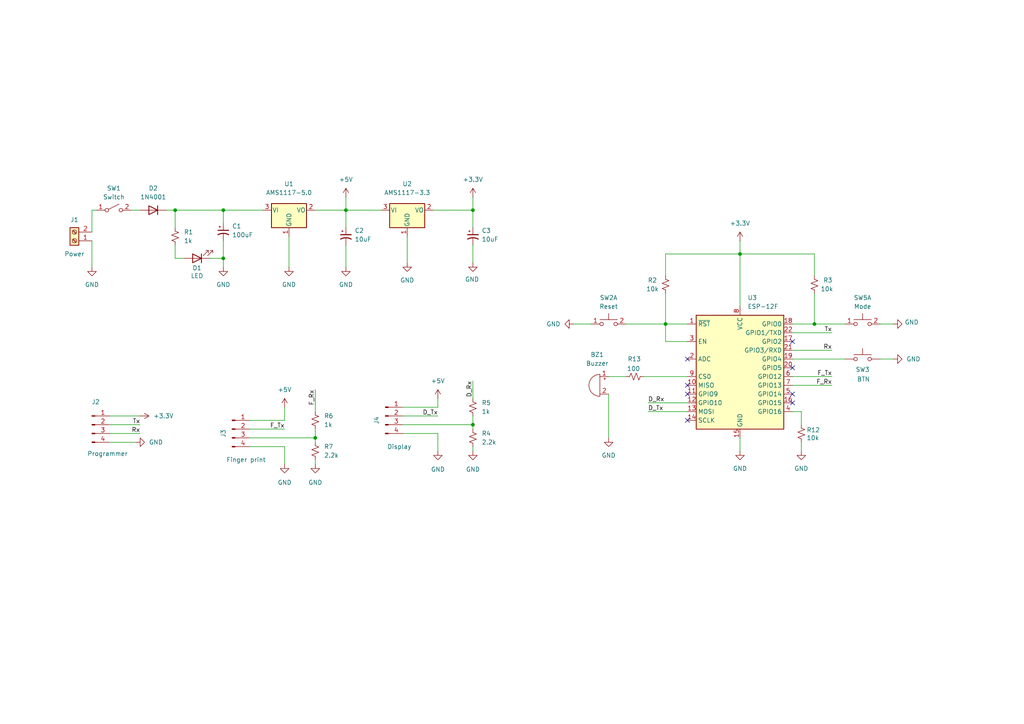
<source format=kicad_sch>
(kicad_sch (version 20231120) (generator "eeschema") (generator_version "8.0")
  (paper "A4")
  (title_block (title "Electronics voting system based on fingerprint sensor") (date "2024-02-16") (company "St. Joseph University"))
  (lib_symbols
    (symbol "Connector:Conn_01x04_Male" (pin_names (offset 1.016) hide)
      (property "Reference" "J" (at 0 5.08 0))
      (property "Value" "Conn_01x04_Male" (at 0 -7.62 0))
      (symbol "Conn_01x04_Male_1_1"
        (polyline (pts (xy 1.27 -5.08) (xy 0.8636 -5.08)) (stroke (width 0.1524)))
        (polyline (pts (xy 1.27 -2.54) (xy 0.8636 -2.54)) (stroke (width 0.1524)))
        (polyline (pts (xy 1.27 0) (xy 0.8636 0)) (stroke (width 0.1524)))
        (polyline (pts (xy 1.27 2.54) (xy 0.8636 2.54)) (stroke (width 0.1524)))
        (rectangle (start 0.8636 -4.953) (end 0 -5.207) (stroke (width 0.1524)) (fill (type outline)))
        (rectangle (start 0.8636 -2.413) (end 0 -2.667) (stroke (width 0.1524)) (fill (type outline)))
        (rectangle (start 0.8636 0.127) (end 0 -0.127) (stroke (width 0.1524)) (fill (type outline)))
        (rectangle (start 0.8636 2.667) (end 0 2.413) (stroke (width 0.1524)) (fill (type outline)))
        (pin passive line (at 5.08 2.54 180) (length 3.81) (name "Pin_1") (number "1"))
        (pin passive line (at 5.08 0 180) (length 3.81) (name "Pin_2") (number "2"))
        (pin passive line (at 5.08 -2.54 180) (length 3.81) (name "Pin_3") (number "3"))
        (pin passive line (at 5.08 -5.08 180) (length 3.81) (name "Pin_4") (number "4"))
      )
    )
    (symbol "Connector:Screw_Terminal_01x02" (pin_names (offset 1.016) hide)
      (property "Reference" "J" (at 0 2.54 0))
      (property "Value" "Screw_Terminal_01x02" (at 0 -5.08 0))
      (symbol "Screw_Terminal_01x02_1_1"
        (rectangle (start -1.27 1.27) (end 1.27 -3.81) (stroke (width 0.254)) (fill (type background)))
        (circle (center 0 -2.54) (radius 0.635) (stroke (width 0.1524)))
        (polyline (pts (xy -0.5334 -2.2098) (xy 0.3302 -3.048)) (stroke (width 0.1524)))
        (polyline (pts (xy -0.5334 0.3302) (xy 0.3302 -0.508)) (stroke (width 0.1524)))
        (polyline (pts (xy -0.3556 -2.032) (xy 0.508 -2.8702)) (stroke (width 0.1524)))
        (polyline (pts (xy -0.3556 0.508) (xy 0.508 -0.3302)) (stroke (width 0.1524)))
        (circle (center 0 0) (radius 0.635) (stroke (width 0.1524)))
        (pin passive line (at -5.08 0 0) (length 3.81) (name "Pin_1") (number "1"))
        (pin passive line (at -5.08 -2.54 0) (length 3.81) (name "Pin_2") (number "2"))
      )
    )
    (symbol "Device:Buzzer" (pin_names (offset 0.0254) hide)
      (property "Reference" "BZ" (at 3.81 1.27 0))
      (property "Value" "Buzzer" (at 3.81 -1.27 0))
      (symbol "Buzzer_0_1"
        (arc (start 0 -3.175) (mid 3.1612 0) (end 0 3.175))
        (polyline (pts (xy -1.651 1.905) (xy -1.143 1.905)))
        (polyline (pts (xy -1.397 2.159) (xy -1.397 1.651)))
        (polyline (pts (xy 0 3.175) (xy 0 -3.175)))
      )
      (symbol "Buzzer_1_1"
        (pin passive line (at -2.54 2.54 0) (length 2.54) (name "-") (number "1"))
        (pin passive line (at -2.54 -2.54 0) (length 2.54) (name "+") (number "2"))
      )
    )
    (symbol "Device:C_Polarized_Small_US" (pin_numbers hide) (pin_names (offset 0.254) hide)
      (property "Reference" "C" (at 0.254 1.778 0))
      (property "Value" "C_Polarized_Small_US" (at 0.254 -2.032 0))
      (symbol "C_Polarized_Small_US_0_1"
        (polyline (pts (xy -1.524 0.508) (xy 1.524 0.508)) (stroke (width 0.3048)))
        (polyline (pts (xy -1.27 1.524) (xy -0.762 1.524)))
        (polyline (pts (xy -1.016 1.27) (xy -1.016 1.778)))
        (arc (start 1.524 -0.762) (mid 0 -0.3734) (end -1.524 -0.762) (stroke (width 0.3048)))
      )
      (symbol "C_Polarized_Small_US_1_1"
        (pin passive line (at 0 2.54 270) (length 2.032) (name "~") (number "1"))
        (pin passive line (at 0 -2.54 90) (length 2.032) (name "~") (number "2"))
      )
    )
    (symbol "Device:LED" (pin_numbers hide) (pin_names (offset 1.016) hide)
      (property "Reference" "D" (at 0 2.54 0))
      (property "Value" "LED" (at 0 -2.54 0))
      (symbol "LED_0_1"
        (polyline (pts (xy -1.27 -1.27) (xy -1.27 1.27)) (stroke (width 0.254)))
        (polyline (pts (xy -1.27 0) (xy 1.27 0)))
        (polyline (pts (xy 1.27 -1.27) (xy 1.27 1.27) (xy -1.27 0) (xy 1.27 -1.27)) (stroke (width 0.254)))
        (polyline (pts (xy -3.048 -0.762) (xy -4.572 -2.286) (xy -3.81 -2.286) (xy -4.572 -2.286) (xy -4.572 -1.524)))
        (polyline (pts (xy -1.778 -0.762) (xy -3.302 -2.286) (xy -2.54 -2.286) (xy -3.302 -2.286) (xy -3.302 -1.524)))
      )
      (symbol "LED_1_1"
        (pin passive line (at -3.81 0 0) (length 2.54) (name "K") (number "1"))
        (pin passive line (at 3.81 0 180) (length 2.54) (name "A") (number "2"))
      )
    )
    (symbol "Device:R_Small_US" (pin_numbers hide) (pin_names (offset 0.254) hide)
      (property "Reference" "R" (at 0.762 0.508 0))
      (property "Value" "R_Small_US" (at 0.762 -1.016 0))
      (symbol "R_Small_US_1_1"
        (polyline (pts (xy 0 0) (xy 1.016 -0.381) (xy 0 -0.762) (xy -1.016 -1.143) (xy 0 -1.524)))
        (polyline (pts (xy 0 1.524) (xy 1.016 1.143) (xy 0 0.762) (xy -1.016 0.381) (xy 0 0)))
        (pin passive line (at 0 2.54 270) (length 1.016) (name "~") (number "1"))
        (pin passive line (at 0 -2.54 90) (length 1.016) (name "~") (number "2"))
      )
    )
    (symbol "Diode:1N4001" (pin_numbers hide) (pin_names hide)
      (property "Reference" "D" (at 0 2.54 0))
      (property "Value" "1N4001" (at 0 -2.54 0))
      (symbol "1N4001_0_1"
        (polyline (pts (xy -1.27 1.27) (xy -1.27 -1.27)) (stroke (width 0.254)))
        (polyline (pts (xy 1.27 0) (xy -1.27 0)))
        (polyline (pts (xy 1.27 1.27) (xy 1.27 -1.27) (xy -1.27 0) (xy 1.27 1.27)) (stroke (width 0.254)))
      )
      (symbol "1N4001_1_1"
        (pin passive line (at -3.81 0 0) (length 2.54) (name "K") (number "1"))
        (pin passive line (at 3.81 0 180) (length 2.54) (name "A") (number "2"))
      )
    )
    (symbol "RF_Module:ESP-12F"
      (property "Reference" "U" (at -12.7 19.05 0))
      (property "Value" "ESP-12F" (at 12.7 19.05 0))
      (symbol "ESP-12F_0_1"
        (rectangle (start -12.7 17.78) (end 12.7 -15.24) (stroke (width 0.254)) (fill (type background)))
      )
      (symbol "ESP-12F_1_1"
        (pin input line (at -15.24 15.24 0) (length 2.54) (name "~{RST}") (number "1"))
        (pin bidirectional line (at -15.24 -2.54 0) (length 2.54) (name "MISO") (number "10"))
        (pin bidirectional line (at -15.24 -5.08 0) (length 2.54) (name "GPIO9") (number "11"))
        (pin bidirectional line (at -15.24 -7.62 0) (length 2.54) (name "GPIO10") (number "12"))
        (pin bidirectional line (at -15.24 -10.16 0) (length 2.54) (name "MOSI") (number "13"))
        (pin bidirectional line (at -15.24 -12.7 0) (length 2.54) (name "SCLK") (number "14"))
        (pin power_in line (at 0 -17.78 90) (length 2.54) (name "GND") (number "15"))
        (pin bidirectional line (at 15.24 -7.62 180) (length 2.54) (name "GPIO15") (number "16"))
        (pin bidirectional line (at 15.24 10.16 180) (length 2.54) (name "GPIO2") (number "17"))
        (pin bidirectional line (at 15.24 15.24 180) (length 2.54) (name "GPIO0") (number "18"))
        (pin bidirectional line (at 15.24 5.08 180) (length 2.54) (name "GPIO4") (number "19"))
        (pin input line (at -15.24 5.08 0) (length 2.54) (name "ADC") (number "2"))
        (pin bidirectional line (at 15.24 2.54 180) (length 2.54) (name "GPIO5") (number "20"))
        (pin bidirectional line (at 15.24 7.62 180) (length 2.54) (name "GPIO3/RXD") (number "21"))
        (pin bidirectional line (at 15.24 12.7 180) (length 2.54) (name "GPIO1/TXD") (number "22"))
        (pin input line (at -15.24 10.16 0) (length 2.54) (name "EN") (number "3"))
        (pin bidirectional line (at 15.24 -10.16 180) (length 2.54) (name "GPIO16") (number "4"))
        (pin bidirectional line (at 15.24 -5.08 180) (length 2.54) (name "GPIO14") (number "5"))
        (pin bidirectional line (at 15.24 0 180) (length 2.54) (name "GPIO12") (number "6"))
        (pin bidirectional line (at 15.24 -2.54 180) (length 2.54) (name "GPIO13") (number "7"))
        (pin power_in line (at 0 20.32 270) (length 2.54) (name "VCC") (number "8"))
        (pin input line (at -15.24 0 0) (length 2.54) (name "CS0") (number "9"))
      )
    )
    (symbol "Regulator_Linear:AMS1117-3.3" (pin_names (offset 0.254))
      (property "Reference" "U" (at -3.81 3.175 0))
      (property "Value" "AMS1117-3.3" (at 0 3.175 0))
      (symbol "AMS1117-3.3_0_1"
        (rectangle (start -5.08 -5.08) (end 5.08 1.905) (stroke (width 0.254)) (fill (type background)))
      )
      (symbol "AMS1117-3.3_1_1"
        (pin power_in line (at 0 -7.62 90) (length 2.54) (name "GND") (number "1"))
        (pin power_out line (at 7.62 0 180) (length 2.54) (name "VO") (number "2"))
        (pin power_in line (at -7.62 0 0) (length 2.54) (name "VI") (number "3"))
      )
    )
    (symbol "Regulator_Linear:AMS1117-5.0" (pin_names (offset 0.254))
      (property "Reference" "U" (at -3.81 3.175 0))
      (property "Value" "AMS1117-5.0" (at 0 3.175 0))
      (symbol "AMS1117-5.0_0_1"
        (rectangle (start -5.08 -5.08) (end 5.08 1.905) (stroke (width 0.254)) (fill (type background)))
      )
      (symbol "AMS1117-5.0_1_1"
        (pin power_in line (at 0 -7.62 90) (length 2.54) (name "GND") (number "1"))
        (pin power_out line (at 7.62 0 180) (length 2.54) (name "VO") (number "2"))
        (pin power_in line (at -7.62 0 0) (length 2.54) (name "VI") (number "3"))
      )
    )
    (symbol "Switch:SW_Push" (pin_numbers hide) (pin_names (offset 1.016) hide)
      (property "Reference" "SW" (at 1.27 2.54 0))
      (property "Value" "SW_Push" (at 0 -1.524 0))
      (symbol "SW_Push_0_1"
        (circle (center -2.032 0) (radius 0.508))
        (polyline (pts (xy 0 1.27) (xy 0 3.048)))
        (polyline (pts (xy 2.54 1.27) (xy -2.54 1.27)))
        (circle (center 2.032 0) (radius 0.508))
        (pin passive line (at -5.08 0 0) (length 2.54) (name "1") (number "1"))
        (pin passive line (at 5.08 0 180) (length 2.54) (name "2") (number "2"))
      )
    )
    (symbol "Switch:SW_Push_Dual_x2" (pin_names (offset 1.016) hide)
      (property "Reference" "SW" (at 1.27 2.54 0))
      (property "Value" "SW_Push_Dual_x2" (at 0 -1.524 0))
      (symbol "SW_Push_Dual_x2_0_1"
        (circle (center -2.032 0) (radius 0.508))
        (polyline (pts (xy 0 1.27) (xy 0 3.048)))
        (polyline (pts (xy 2.54 1.27) (xy -2.54 1.27)))
        (circle (center 2.032 0) (radius 0.508))
      )
      (symbol "SW_Push_Dual_x2_1_1"
        (pin passive line (at -5.08 0 0) (length 2.54) (name "C") (number "1"))
        (pin passive line (at 5.08 0 180) (length 2.54) (name "D") (number "2"))
      )
      (symbol "SW_Push_Dual_x2_2_1"
        (pin passive line (at -5.08 0 0) (length 2.54) (name "C") (number "3"))
        (pin passive line (at 5.08 0 180) (length 2.54) (name "D") (number "4"))
      )
    )
    (symbol "Switch:SW_SPST" (pin_names (offset 0) hide)
      (property "Reference" "SW" (at 0 3.175 0))
      (property "Value" "SW_SPST" (at 0 -2.54 0))
      (symbol "SW_SPST_0_0"
        (circle (center -2.032 0) (radius 0.508))
        (polyline (pts (xy -1.524 0.254) (xy 1.524 1.778)))
        (circle (center 2.032 0) (radius 0.508))
      )
      (symbol "SW_SPST_1_1"
        (pin passive line (at -5.08 0 0) (length 2.54) (name "A") (number "1"))
        (pin passive line (at 5.08 0 180) (length 2.54) (name "B") (number "2"))
      )
    )
    (symbol "power:+3.3V" (power) (pin_numbers hide) (pin_names (offset 0) hide)
      (property "Value" "+3.3V" (at 0 3.556 0))
      (symbol "+3.3V_0_1"
        (polyline (pts (xy -0.762 1.27) (xy 0 2.54)))
        (polyline (pts (xy 0 0) (xy 0 2.54)))
        (polyline (pts (xy 0 2.54) (xy 0.762 1.27)))
      )
      (symbol "+3.3V_1_1"
        (pin power_in line (at 0 0 90) (length 0) (name "~") (number "1"))
      )
    )
    (symbol "power:+5V" (power) (pin_numbers hide) (pin_names (offset 0) hide)
      (property "Value" "+5V" (at 0 3.556 0))
      (symbol "+5V_0_1"
        (polyline (pts (xy -0.762 1.27) (xy 0 2.54)))
        (polyline (pts (xy 0 0) (xy 0 2.54)))
        (polyline (pts (xy 0 2.54) (xy 0.762 1.27)))
      )
      (symbol "+5V_1_1"
        (pin power_in line (at 0 0 90) (length 0) (name "~") (number "1"))
      )
    )
    (symbol "power:GND" (power) (pin_names (offset 0))
      (property "Value" "GND" (at 0 -3.81 0))
      (symbol "GND_0_1"
        (polyline (pts (xy 0 0) (xy 0 -1.27) (xy 1.27 -1.27) (xy 0 -2.54) (xy -1.27 -1.27) (xy 0 -1.27)))
      )
      (symbol "GND_1_1"
        (pin power_in line (at 0 0 270) (length 0) hide (name "GND") (number "1"))
      )
    )
  )
  (junction (at 50.8 60.96))
  (junction (at 236.22 93.98))
  (junction (at 64.77 60.96))
  (junction (at 214.63 73.66))
  (junction (at 137.16 60.96))
  (junction (at 64.77 74.93))
  (junction (at 193.04 93.98))
  (junction (at 100.33 60.96))
  (junction (at 91.44 127))
  (junction (at 137.16 123.19))
  (no_connect (at 229.87 106.68))
  (no_connect (at 199.39 111.76))
  (no_connect (at 199.39 104.14))
  (no_connect (at 199.39 114.3))
  (no_connect (at 229.87 116.84))
  (no_connect (at 229.87 99.06))
  (no_connect (at 199.39 121.92))
  (no_connect (at 229.87 114.3))
  (wire (pts (xy 229.87 104.14) (xy 245.11 104.14)))
  (wire (pts (xy 236.22 80.01) (xy 236.22 73.66)))
  (wire (pts (xy 193.04 80.01) (xy 193.04 73.66)))
  (wire (pts (xy 116.84 120.65) (xy 127 120.65)))
  (wire (pts (xy 176.53 109.22) (xy 181.61 109.22)))
  (wire (pts (xy 116.84 118.11) (xy 127 118.11)))
  (wire (pts (xy 236.22 93.98) (xy 245.11 93.98)))
  (wire (pts (xy 193.04 99.06) (xy 199.39 99.06)))
  (wire (pts (xy 26.67 69.85) (xy 26.67 77.47)))
  (wire (pts (xy 229.87 96.52) (xy 241.3 96.52)))
  (wire (pts (xy 100.33 71.12) (xy 100.33 77.47)))
  (wire (pts (xy 137.16 120.65) (xy 137.16 123.19)))
  (wire (pts (xy 31.75 123.19) (xy 40.64 123.19)))
  (wire (pts (xy 116.84 123.19) (xy 137.16 123.19)))
  (wire (pts (xy 137.16 110.49) (xy 137.16 115.57)))
  (wire (pts (xy 255.27 93.98) (xy 259.08 93.98)))
  (wire (pts (xy 236.22 85.09) (xy 236.22 93.98)))
  (wire (pts (xy 72.39 127) (xy 91.44 127)))
  (wire (pts (xy 186.69 109.22) (xy 199.39 109.22)))
  (wire (pts (xy 193.04 85.09) (xy 193.04 93.98)))
  (wire (pts (xy 91.44 60.96) (xy 100.33 60.96)))
  (wire (pts (xy 137.16 71.12) (xy 137.16 76.2)))
  (wire (pts (xy 26.67 60.96) (xy 26.67 67.31)))
  (wire (pts (xy 236.22 73.66) (xy 214.63 73.66)))
  (wire (pts (xy 60.96 74.93) (xy 64.77 74.93)))
  (wire (pts (xy 127 130.81) (xy 127 125.73)))
  (wire (pts (xy 82.55 118.11) (xy 82.55 121.92)))
  (wire (pts (xy 91.44 127) (xy 91.44 128.27)))
  (wire (pts (xy 127 115.57) (xy 127 118.11)))
  (wire (pts (xy 125.73 60.96) (xy 137.16 60.96)))
  (wire (pts (xy 50.8 71.12) (xy 50.8 74.93)))
  (wire (pts (xy 193.04 73.66) (xy 214.63 73.66)))
  (wire (pts (xy 187.96 119.38) (xy 199.39 119.38)))
  (wire (pts (xy 50.8 74.93) (xy 53.34 74.93)))
  (wire (pts (xy 214.63 69.85) (xy 214.63 73.66)))
  (wire (pts (xy 214.63 73.66) (xy 214.63 88.9)))
  (wire (pts (xy 229.87 111.76) (xy 241.3 111.76)))
  (wire (pts (xy 91.44 113.03) (xy 91.44 119.38)))
  (wire (pts (xy 91.44 124.46) (xy 91.44 127)))
  (wire (pts (xy 38.1 60.96) (xy 40.64 60.96)))
  (wire (pts (xy 82.55 134.62) (xy 82.55 129.54)))
  (wire (pts (xy 82.55 129.54) (xy 72.39 129.54)))
  (wire (pts (xy 39.37 128.27) (xy 31.75 128.27)))
  (wire (pts (xy 176.53 114.3) (xy 176.53 127)))
  (wire (pts (xy 50.8 60.96) (xy 50.8 66.04)))
  (wire (pts (xy 137.16 57.15) (xy 137.16 60.96)))
  (wire (pts (xy 50.8 60.96) (xy 64.77 60.96)))
  (wire (pts (xy 26.67 60.96) (xy 27.94 60.96)))
  (wire (pts (xy 100.33 60.96) (xy 100.33 66.04)))
  (wire (pts (xy 72.39 121.92) (xy 82.55 121.92)))
  (wire (pts (xy 72.39 124.46) (xy 82.55 124.46)))
  (wire (pts (xy 232.41 119.38) (xy 232.41 123.19)))
  (wire (pts (xy 64.77 60.96) (xy 64.77 64.77)))
  (wire (pts (xy 214.63 127) (xy 214.63 130.81)))
  (wire (pts (xy 171.45 93.98) (xy 166.37 93.98)))
  (wire (pts (xy 229.87 101.6) (xy 241.3 101.6)))
  (wire (pts (xy 100.33 60.96) (xy 110.49 60.96)))
  (wire (pts (xy 187.96 116.84) (xy 199.39 116.84)))
  (wire (pts (xy 91.44 133.35) (xy 91.44 134.62)))
  (wire (pts (xy 100.33 57.15) (xy 100.33 60.96)))
  (wire (pts (xy 64.77 60.96) (xy 76.2 60.96)))
  (wire (pts (xy 137.16 123.19) (xy 137.16 124.46)))
  (wire (pts (xy 83.82 68.58) (xy 83.82 77.47)))
  (wire (pts (xy 64.77 74.93) (xy 64.77 69.85)))
  (wire (pts (xy 232.41 128.27) (xy 232.41 130.81)))
  (wire (pts (xy 193.04 93.98) (xy 193.04 99.06)))
  (wire (pts (xy 229.87 109.22) (xy 241.3 109.22)))
  (wire (pts (xy 31.75 125.73) (xy 40.64 125.73)))
  (wire (pts (xy 137.16 129.54) (xy 137.16 130.81)))
  (wire (pts (xy 64.77 74.93) (xy 64.77 77.47)))
  (wire (pts (xy 181.61 93.98) (xy 193.04 93.98)))
  (wire (pts (xy 193.04 93.98) (xy 199.39 93.98)))
  (wire (pts (xy 255.27 104.14) (xy 259.08 104.14)))
  (wire (pts (xy 31.75 120.65) (xy 40.64 120.65)))
  (wire (pts (xy 229.87 119.38) (xy 232.41 119.38)))
  (wire (pts (xy 127 125.73) (xy 116.84 125.73)))
  (wire (pts (xy 137.16 60.96) (xy 137.16 66.04)))
  (wire (pts (xy 229.87 93.98) (xy 236.22 93.98)))
  (wire (pts (xy 118.11 68.58) (xy 118.11 76.2)))
  (wire (pts (xy 48.26 60.96) (xy 50.8 60.96)))
  (label "Rx" (at 241.3 101.6 180))
  (label "D_Rx" (at 137.16 110.49 270))
  (label "F_Tx" (at 82.55 124.46 180))
  (label "Tx" (at 40.64 123.19 180))
  (label "D_Rx" (at 187.96 116.84 0))
  (label "F_Tx" (at 241.3 109.22 180))
  (label "F_Rx" (at 91.44 113.03 270))
  (label "D_Tx" (at 187.96 119.38 0))
  (label "Tx" (at 241.3 96.52 180))
  (label "Rx" (at 40.64 125.73 180))
  (label "F_Rx" (at 241.3 111.76 180))
  (label "D_Tx" (at 127 120.65 180))
  (symbol (lib_id "Device:LED") (at 57.15 74.93 180) (unit 1)
    (property "Reference" "D1" (at 57.15 77.724 0))
    (property "Value" "LED" (at 57.15 80.01 0))
    (property "Footprint" "LED_THT:LED_D3.0mm" (effects (hide yes)))
  )
  (symbol (lib_id "Device:R_Small_US") (at 184.15 109.22 90) (unit 1)
    (property "Reference" "R13" (at 185.928 104.14 90) (effects (justify left)))
    (property "Value" "100" (at 185.674 106.934 90) (effects (justify left)))
    (property "Footprint" "Resistor_THT:R_Axial_DIN0207_L6.3mm_D2.5mm_P10.16mm_Horizontal" (effects (hide yes)))
  )
  (symbol (lib_id "Device:R_Small_US") (at 236.22 82.55 0) (unit 1)
    (property "Reference" "R3" (at 238.76 81.2799 0) (effects (justify left)))
    (property "Value" "10k" (at 237.998 83.82 0) (effects (justify left)))
    (property "Footprint" "Resistor_THT:R_Axial_DIN0207_L6.3mm_D2.5mm_P10.16mm_Horizontal" (effects (hide yes)))
  )
  (symbol (lib_id "Switch:SW_SPST") (at 33.02 60.96 0) (unit 1)
    (property "Reference" "SW1" (at 33.02 54.61 0))
    (property "Value" "Switch" (at 33.02 57.15 0))
    (property "Footprint" "TestPoint:TestPoint_2Pads_Pitch2.54mm_Drill0.8mm" (effects (hide yes)))
  )
  (symbol (lib_id "Device:R_Small_US") (at 137.16 118.11 0) (unit 1)
    (property "Reference" "R5" (at 139.7 116.8399 0) (effects (justify left)))
    (property "Value" "1k" (at 139.7 119.3799 0) (effects (justify left)))
    (property "Footprint" "Resistor_THT:R_Axial_DIN0207_L6.3mm_D2.5mm_P10.16mm_Horizontal" (effects (hide yes)))
  )
  (symbol (lib_id "Device:R_Small_US") (at 193.04 82.55 180) (unit 1)
    (property "Reference" "R2" (at 189.23 81.28 0))
    (property "Value" "10k" (at 189.23 83.82 0))
    (property "Footprint" "Resistor_THT:R_Axial_DIN0207_L6.3mm_D2.5mm_P10.16mm_Horizontal" (effects (hide yes)))
  )
  (symbol (lib_id "power:GND") (at 214.63 130.81 0) (unit 1)
    (property "Reference" "#PWR08" (effects (hide yes)))
    (property "Value" "GND" (at 214.63 135.89 0))
  )
  (symbol (lib_id "Connector:Conn_01x04_Male") (at 26.67 123.19 0) (unit 1)
    (property "Reference" "J2" (at 28.956 116.586 0) (effects (justify right)))
    (property "Value" "Programmer" (at 37.084 131.572 0) (effects (justify right)))
    (property "Footprint" "Connector_PinHeader_2.54mm:PinHeader_1x04_P2.54mm_Vertical" (effects (hide yes)))
  )
  (symbol (lib_id "Connector:Conn_01x04_Male") (at 111.76 120.65 0) (unit 1)
    (property "Reference" "J4" (at 109.22 121.92 90))
    (property "Value" "Display" (at 115.824 129.54 0))
    (property "Footprint" "Connector_PinHeader_2.54mm:PinHeader_1x04_P2.54mm_Vertical" (effects (hide yes)))
  )
  (symbol (lib_id "Diode:1N4001") (at 44.45 60.96 180) (unit 1)
    (property "Reference" "D2" (at 44.45 54.61 0))
    (property "Value" "1N4001" (at 44.45 57.15 0))
    (property "Footprint" "Diode_THT:D_DO-41_SOD81_P10.16mm_Horizontal" (effects (hide yes)))
    (property "Datasheet" "http://www.vishay.com/docs/88503/1n4001.pdf" (effects (hide yes)))
    (property "Description" "50V 1A General Purpose Rectifier Diode, DO-41" (effects (hide yes)))
    (property "Sim.Device" "D" (effects (hide yes)))
    (property "Sim.Pins" "1=K 2=A" (effects (hide yes)))
  )
  (symbol (lib_id "Connector:Screw_Terminal_01x02") (at 21.59 69.85 180) (unit 1)
    (property "Reference" "J1" (at 21.59 63.754 0))
    (property "Value" "Power" (at 21.59 73.66 0))
    (property "Footprint" "TerminalBlock:TerminalBlock_bornier-2_P5.08mm" (effects (hide yes)))
    (property "Description" "Generic screw terminal, single row, 01x02, script generated (kicad-library-utils/schlib/autogen/connector/)" (effects (hide yes)))
  )
  (symbol (lib_id "Device:R_Small_US") (at 91.44 130.81 0) (unit 1)
    (property "Reference" "R7" (at 93.98 129.5399 0) (effects (justify left)))
    (property "Value" "2.2k" (at 93.98 132.0799 0) (effects (justify left)))
    (property "Footprint" "Resistor_THT:R_Axial_DIN0207_L6.3mm_D2.5mm_P10.16mm_Horizontal" (effects (hide yes)))
  )
  (symbol (lib_id "power:+3.3V") (at 214.63 69.85 0) (unit 1)
    (property "Reference" "#PWR021" (effects (hide yes)))
    (property "Value" "+3.3V" (at 214.63 64.77 0))
    (property "Description" "Power symbol creates a global label with name \"+3.3V\"" (effects (hide yes)))
  )
  (symbol (lib_id "Device:Buzzer") (at 173.99 111.76 0) (mirror y) (unit 1)
    (property "Reference" "BZ1" (at 173.228 102.87 0))
    (property "Value" "Buzzer" (at 173.228 105.41 0))
    (property "Footprint" "Buzzer_Beeper:Buzzer_12x9.5RM7.6" (effects (hide yes)))
  )
  (symbol (lib_id "power:GND") (at 137.16 130.81 0) (unit 1)
    (property "Reference" "#PWR015" (effects (hide yes)))
    (property "Value" "GND" (at 135.128 136.144 0) (effects (justify left)))
  )
  (symbol (lib_id "power:GND") (at 259.08 93.98 90) (unit 1)
    (property "Reference" "#PWR014" (effects (hide yes)))
    (property "Value" "GND" (at 262.382 93.472 90) (effects (justify right)))
  )
  (symbol (lib_id "Device:R_Small_US") (at 137.16 127 0) (unit 1)
    (property "Reference" "R4" (at 139.7 125.7299 0) (effects (justify left)))
    (property "Value" "2.2k" (at 139.7 128.2699 0) (effects (justify left)))
    (property "Footprint" "Resistor_THT:R_Axial_DIN0207_L6.3mm_D2.5mm_P10.16mm_Horizontal" (effects (hide yes)))
  )
  (symbol (lib_id "power:GND") (at 232.41 130.81 0) (unit 1)
    (property "Reference" "#PWR013" (effects (hide yes)))
    (property "Value" "GND" (at 232.41 135.89 0))
  )
  (symbol (lib_id "Device:C_Polarized_Small_US") (at 137.16 68.58 0) (unit 1)
    (property "Reference" "C3" (at 139.7 66.8781 0) (effects (justify left)))
    (property "Value" "10uF" (at 139.7 69.4181 0) (effects (justify left)))
    (property "Footprint" "Capacitor_THT:CP_Radial_D4.0mm_P2.00mm" (effects (hide yes)))
  )
  (symbol (lib_id "power:GND") (at 259.08 104.14 90) (unit 1)
    (property "Reference" "#PWR010" (effects (hide yes)))
    (property "Value" "GND" (at 262.89 104.1399 90) (effects (justify right)))
  )
  (symbol (lib_id "power:GND") (at 82.55 134.62 0) (unit 1)
    (property "Reference" "#PWR011" (effects (hide yes)))
    (property "Value" "GND" (at 80.518 139.954 0) (effects (justify left)))
  )
  (symbol (lib_id "Regulator_Linear:AMS1117-5.0") (at 83.82 60.96 0) (unit 1)
    (property "Reference" "U1" (at 83.82 53.34 0))
    (property "Value" "AMS1117-5.0" (at 83.82 55.88 0))
    (property "Footprint" "Package_TO_SOT_SMD:SOT-223-3_TabPin2" (effects (hide yes)))
    (property "Datasheet" "http://www.advanced-monolithic.com/pdf/ds1117.pdf" (effects (hide yes)))
  )
  (symbol (lib_id "power:GND") (at 137.16 76.2 0) (unit 1)
    (property "Reference" "#PWR07" (effects (hide yes)))
    (property "Value" "GND" (at 136.906 81.026 0))
  )
  (symbol (lib_id "Device:C_Polarized_Small_US") (at 100.33 68.58 0) (unit 1)
    (property "Reference" "C2" (at 102.87 66.8781 0) (effects (justify left)))
    (property "Value" "10uF" (at 102.87 69.4181 0) (effects (justify left)))
    (property "Footprint" "Capacitor_THT:CP_Radial_D4.0mm_P2.00mm" (effects (hide yes)))
  )
  (symbol (lib_id "Switch:SW_Push_Dual_x2") (at 250.19 93.98 0) (unit 1)
    (property "Reference" "SW5" (at 250.19 86.36 0))
    (property "Value" "Mode" (at 250.19 88.9 0))
    (property "Footprint" "Button_Switch_THT:SW_PUSH_6mm" (effects (hide yes)))
    (property "Description" "Push button switch, generic, separate symbols, four pins" (effects (hide yes)))
  )
  (symbol (lib_id "Switch:SW_Push_Dual_x2") (at 176.53 93.98 0) (unit 1)
    (property "Reference" "SW2" (at 176.53 86.36 0))
    (property "Value" "Reset" (at 176.53 88.9 0))
    (property "Footprint" "Button_Switch_THT:SW_PUSH_6mm" (effects (hide yes)))
    (property "Description" "Push button switch, generic, separate symbols, four pins" (effects (hide yes)))
  )
  (symbol (lib_id "power:+5V") (at 127 115.57 0) (unit 1)
    (property "Reference" "#PWR018" (effects (hide yes)))
    (property "Value" "+5V" (at 127 110.49 0))
    (property "Description" "Power symbol creates a global label with name \"+5V\"" (effects (hide yes)))
  )
  (symbol (lib_id "power:GND") (at 166.37 93.98 270) (unit 1)
    (property "Reference" "#PWR04" (effects (hide yes)))
    (property "Value" "GND" (at 162.56 93.9799 90) (effects (justify right)))
  )
  (symbol (lib_id "Device:R_Small_US") (at 91.44 121.92 0) (unit 1)
    (property "Reference" "R6" (at 93.98 120.6499 0) (effects (justify left)))
    (property "Value" "1k" (at 93.98 123.1899 0) (effects (justify left)))
    (property "Footprint" "Resistor_THT:R_Axial_DIN0207_L6.3mm_D2.5mm_P10.16mm_Horizontal" (effects (hide yes)))
  )
  (symbol (lib_id "RF_Module:ESP-12F") (at 214.63 109.22 0) (unit 1)
    (property "Reference" "U3" (at 216.8241 86.36 0) (effects (justify left)))
    (property "Value" "ESP-12F" (at 216.8241 88.9 0) (effects (justify left)))
    (property "Footprint" "RF_Module:ESP-12E" (effects (hide yes)))
    (property "Datasheet" "http://wiki.ai-thinker.com/_media/esp8266/esp8266_series_modules_user_manual_v1.1.pdf" (effects (hide yes)))
    (property "Description" "802.11 b/g/n Wi-Fi Module" (effects (hide yes)))
  )
  (symbol (lib_id "power:GND") (at 127 130.81 0) (unit 1)
    (property "Reference" "#PWR012" (effects (hide yes)))
    (property "Value" "GND" (at 124.968 136.144 0) (effects (justify left)))
  )
  (symbol (lib_id "Device:R_Small_US") (at 50.8 68.58 0) (unit 1)
    (property "Reference" "R1" (at 53.34 67.3099 0) (effects (justify left)))
    (property "Value" "1k" (at 53.34 69.8499 0) (effects (justify left)))
    (property "Footprint" "Resistor_THT:R_Axial_DIN0207_L6.3mm_D2.5mm_P10.16mm_Horizontal" (effects (hide yes)))
  )
  (symbol (lib_id "Device:C_Polarized_Small_US") (at 64.77 67.31 0) (unit 1)
    (property "Reference" "C1" (at 67.31 65.6081 0) (effects (justify left)))
    (property "Value" "100uF" (at 67.31 68.1481 0) (effects (justify left)))
    (property "Footprint" "Capacitor_THT:CP_Radial_D4.0mm_P2.00mm" (effects (hide yes)))
  )
  (symbol (lib_id "Switch:SW_Push") (at 250.19 104.14 0) (unit 1)
    (property "Reference" "SW3" (at 250.19 107.188 0))
    (property "Value" "BTN" (at 250.444 109.982 0))
    (property "Footprint" "TestPoint:TestPoint_2Pads_Pitch2.54mm_Drill0.8mm" (effects (hide yes)))
  )
  (symbol (lib_id "power:+5V") (at 82.55 118.11 0) (unit 1)
    (property "Reference" "#PWR019" (effects (hide yes)))
    (property "Value" "+5V" (at 82.55 113.03 0))
    (property "Description" "Power symbol creates a global label with name \"+5V\"" (effects (hide yes)))
  )
  (symbol (lib_id "power:+3.3V") (at 137.16 57.15 0) (unit 1)
    (property "Reference" "#PWR017" (effects (hide yes)))
    (property "Value" "+3.3V" (at 137.16 52.07 0))
    (property "Description" "Power symbol creates a global label with name \"+3.3V\"" (effects (hide yes)))
  )
  (symbol (lib_id "power:GND") (at 176.53 127 0) (unit 1)
    (property "Reference" "#PWR09" (effects (hide yes)))
    (property "Value" "GND" (at 176.53 132.08 0))
  )
  (symbol (lib_id "power:GND") (at 83.82 77.47 0) (unit 1)
    (property "Reference" "#PWR03" (effects (hide yes)))
    (property "Value" "GND" (at 83.82 82.55 0))
  )
  (symbol (lib_id "power:GND") (at 118.11 76.2 0) (unit 1)
    (property "Reference" "#PWR06" (effects (hide yes)))
    (property "Value" "GND" (at 118.11 81.28 0))
  )
  (symbol (lib_id "power:GND") (at 26.67 77.47 0) (unit 1)
    (property "Reference" "#PWR01" (effects (hide yes)))
    (property "Value" "GND" (at 26.67 82.55 0))
  )
  (symbol (lib_id "power:GND") (at 64.77 77.47 0) (unit 1)
    (property "Reference" "#PWR02" (effects (hide yes)))
    (property "Value" "GND" (at 64.77 82.55 0))
  )
  (symbol (lib_id "Device:R_Small_US") (at 232.41 125.73 0) (unit 1)
    (property "Reference" "R12" (at 233.934 124.714 0) (effects (justify left)))
    (property "Value" "10k" (at 233.934 127 0) (effects (justify left)))
    (property "Footprint" "Resistor_THT:R_Axial_DIN0207_L6.3mm_D2.5mm_P10.16mm_Horizontal" (effects (hide yes)))
  )
  (symbol (lib_id "power:GND") (at 91.44 134.62 0) (unit 1)
    (property "Reference" "#PWR020" (effects (hide yes)))
    (property "Value" "GND" (at 89.408 139.954 0) (effects (justify left)))
  )
  (symbol (lib_id "Regulator_Linear:AMS1117-3.3") (at 118.11 60.96 0) (unit 1)
    (property "Reference" "U2" (at 118.11 53.34 0))
    (property "Value" "AMS1117-3.3" (at 118.11 55.88 0))
    (property "Footprint" "Package_TO_SOT_SMD:SOT-223-3_TabPin2" (effects (hide yes)))
    (property "Datasheet" "http://www.advanced-monolithic.com/pdf/ds1117.pdf" (effects (hide yes)))
  )
  (symbol (lib_id "Connector:Conn_01x04_Male") (at 67.31 124.46 0) (unit 1)
    (property "Reference" "J3" (at 64.77 125.73 90))
    (property "Value" "Finger print" (at 71.374 133.35 0))
    (property "Footprint" "Connector_PinHeader_2.54mm:PinHeader_1x04_P2.54mm_Vertical" (effects (hide yes)))
  )
  (symbol (lib_id "power:+5V") (at 100.33 57.15 0) (unit 1)
    (property "Reference" "#PWR016" (effects (hide yes)))
    (property "Value" "+5V" (at 100.33 52.07 0))
    (property "Description" "Power symbol creates a global label with name \"+5V\"" (effects (hide yes)))
  )
  (symbol (lib_id "power:GND") (at 100.33 77.47 0) (unit 1)
    (property "Reference" "#PWR05" (effects (hide yes)))
    (property "Value" "GND" (at 100.33 82.55 0))
  )
  (symbol (lib_id "power:GND") (at 39.37 128.27 90) (unit 1)
    (property "Reference" "#PWR0101" (effects (hide yes)))
    (property "Value" "GND" (at 43.18 128.2699 90) (effects (justify right)))
  )
  (symbol (lib_id "power:+3.3V") (at 40.64 120.65 270) (unit 1)
    (property "Reference" "#PWR022" (effects (hide yes)))
    (property "Value" "+3.3V" (at 44.45 120.6499 90) (effects (justify left)))
    (property "Description" "Power symbol creates a global label with name \"+3.3V\"" (effects (hide yes)))
  )
)
</source>
